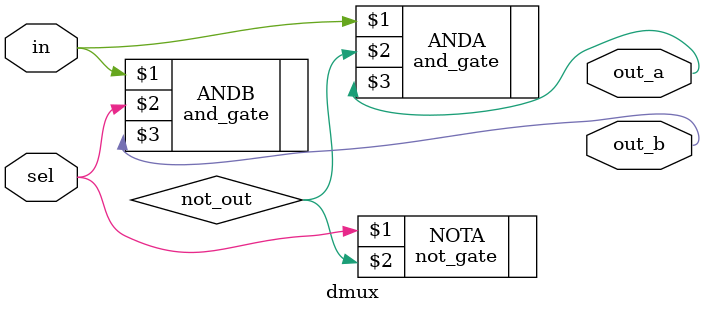
<source format=v>
module dmux (input in,
             input sel,
             output out_a,
             output out_b);
    wire not_out;
    and_gate ANDA (in, not_out, out_a);
    and_gate ANDB (in, sel, out_b);
    not_gate NOTA (sel, not_out);
endmodule

</source>
